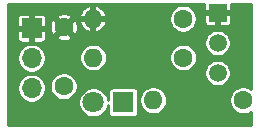
<source format=gbr>
%TF.GenerationSoftware,KiCad,Pcbnew,(5.1.6)-1*%
%TF.CreationDate,2020-08-27T20:00:14-05:00*%
%TF.ProjectId,Rollz LED Driver,526f6c6c-7a20-44c4-9544-204472697665,rev?*%
%TF.SameCoordinates,Original*%
%TF.FileFunction,Copper,L2,Bot*%
%TF.FilePolarity,Positive*%
%FSLAX46Y46*%
G04 Gerber Fmt 4.6, Leading zero omitted, Abs format (unit mm)*
G04 Created by KiCad (PCBNEW (5.1.6)-1) date 2020-08-27 20:00:14*
%MOMM*%
%LPD*%
G01*
G04 APERTURE LIST*
%TA.AperFunction,ComponentPad*%
%ADD10C,1.600000*%
%TD*%
%TA.AperFunction,ComponentPad*%
%ADD11O,1.600000X1.600000*%
%TD*%
%TA.AperFunction,ComponentPad*%
%ADD12R,1.500000X1.500000*%
%TD*%
%TA.AperFunction,ComponentPad*%
%ADD13C,1.500000*%
%TD*%
%TA.AperFunction,ComponentPad*%
%ADD14O,1.700000X1.700000*%
%TD*%
%TA.AperFunction,ComponentPad*%
%ADD15R,1.700000X1.700000*%
%TD*%
%TA.AperFunction,ComponentPad*%
%ADD16C,1.800000*%
%TD*%
%TA.AperFunction,ComponentPad*%
%ADD17R,1.800000X1.800000*%
%TD*%
%TA.AperFunction,Conductor*%
%ADD18C,0.254000*%
%TD*%
G04 APERTURE END LIST*
D10*
%TO.P,.,2*%
%TO.N,GND*%
X135480000Y-110020000D03*
%TO.P,.,1*%
%TO.N,PWR*%
X135480000Y-115020000D03*
%TD*%
D11*
%TO.P,.,2*%
%TO.N,GND*%
X137960000Y-109300000D03*
D10*
%TO.P,.,1*%
%TO.N,T2*%
X145580000Y-109300000D03*
%TD*%
%TO.P,.,1*%
%TO.N,T2*%
X145600000Y-112590000D03*
D11*
%TO.P,.,2*%
%TO.N,IN*%
X137980000Y-112590000D03*
%TD*%
%TO.P,.,2*%
%TO.N,L1*%
X143060000Y-116210000D03*
D10*
%TO.P,.,1*%
%TO.N,T3*%
X150680000Y-116210000D03*
%TD*%
D12*
%TO.P,.,1*%
%TO.N,GND*%
X148520000Y-108820000D03*
D13*
%TO.P,.,3*%
%TO.N,T3*%
X148520000Y-113900000D03*
%TO.P,.,2*%
%TO.N,T2*%
X148520000Y-111360000D03*
%TD*%
D14*
%TO.P,.,3*%
%TO.N,PWR*%
X132760000Y-115180000D03*
%TO.P,.,2*%
%TO.N,IN*%
X132760000Y-112640000D03*
D15*
%TO.P,.,1*%
%TO.N,GND*%
X132760000Y-110100000D03*
%TD*%
D16*
%TO.P,.,2*%
%TO.N,PWR*%
X137990000Y-116380000D03*
D17*
%TO.P,.,1*%
%TO.N,L1*%
X140530000Y-116380000D03*
%TD*%
D18*
%TO.N,GND*%
G36*
X147391000Y-108598250D02*
G01*
X147485750Y-108693000D01*
X148393000Y-108693000D01*
X148393000Y-108673000D01*
X148647000Y-108673000D01*
X148647000Y-108693000D01*
X149554250Y-108693000D01*
X149649000Y-108598250D01*
X149650758Y-108092000D01*
X151338001Y-108092000D01*
X151338000Y-115234095D01*
X151237519Y-115166956D01*
X151023318Y-115078231D01*
X150795924Y-115033000D01*
X150564076Y-115033000D01*
X150336682Y-115078231D01*
X150122481Y-115166956D01*
X149929706Y-115295764D01*
X149765764Y-115459706D01*
X149636956Y-115652481D01*
X149548231Y-115866682D01*
X149503000Y-116094076D01*
X149503000Y-116325924D01*
X149548231Y-116553318D01*
X149636956Y-116767519D01*
X149765764Y-116960294D01*
X149929706Y-117124236D01*
X150122481Y-117253044D01*
X150336682Y-117341769D01*
X150564076Y-117387000D01*
X150795924Y-117387000D01*
X151023318Y-117341769D01*
X151237519Y-117253044D01*
X151338000Y-117185905D01*
X151338000Y-118338000D01*
X130742000Y-118338000D01*
X130742000Y-115059151D01*
X131533000Y-115059151D01*
X131533000Y-115300849D01*
X131580153Y-115537903D01*
X131672647Y-115761202D01*
X131806927Y-115962167D01*
X131977833Y-116133073D01*
X132178798Y-116267353D01*
X132402097Y-116359847D01*
X132639151Y-116407000D01*
X132880849Y-116407000D01*
X133117903Y-116359847D01*
X133341202Y-116267353D01*
X133360848Y-116254226D01*
X136713000Y-116254226D01*
X136713000Y-116505774D01*
X136762074Y-116752487D01*
X136858337Y-116984886D01*
X136998089Y-117194040D01*
X137175960Y-117371911D01*
X137385114Y-117511663D01*
X137617513Y-117607926D01*
X137864226Y-117657000D01*
X138115774Y-117657000D01*
X138362487Y-117607926D01*
X138594886Y-117511663D01*
X138804040Y-117371911D01*
X138981911Y-117194040D01*
X139121663Y-116984886D01*
X139217926Y-116752487D01*
X139251176Y-116585327D01*
X139251176Y-117280000D01*
X139258455Y-117353905D01*
X139280012Y-117424970D01*
X139315019Y-117490463D01*
X139362131Y-117547869D01*
X139419537Y-117594981D01*
X139485030Y-117629988D01*
X139556095Y-117651545D01*
X139630000Y-117658824D01*
X141430000Y-117658824D01*
X141503905Y-117651545D01*
X141574970Y-117629988D01*
X141640463Y-117594981D01*
X141697869Y-117547869D01*
X141744981Y-117490463D01*
X141779988Y-117424970D01*
X141801545Y-117353905D01*
X141808824Y-117280000D01*
X141808824Y-116094076D01*
X141883000Y-116094076D01*
X141883000Y-116325924D01*
X141928231Y-116553318D01*
X142016956Y-116767519D01*
X142145764Y-116960294D01*
X142309706Y-117124236D01*
X142502481Y-117253044D01*
X142716682Y-117341769D01*
X142944076Y-117387000D01*
X143175924Y-117387000D01*
X143403318Y-117341769D01*
X143617519Y-117253044D01*
X143810294Y-117124236D01*
X143974236Y-116960294D01*
X144103044Y-116767519D01*
X144191769Y-116553318D01*
X144237000Y-116325924D01*
X144237000Y-116094076D01*
X144191769Y-115866682D01*
X144103044Y-115652481D01*
X143974236Y-115459706D01*
X143810294Y-115295764D01*
X143617519Y-115166956D01*
X143403318Y-115078231D01*
X143175924Y-115033000D01*
X142944076Y-115033000D01*
X142716682Y-115078231D01*
X142502481Y-115166956D01*
X142309706Y-115295764D01*
X142145764Y-115459706D01*
X142016956Y-115652481D01*
X141928231Y-115866682D01*
X141883000Y-116094076D01*
X141808824Y-116094076D01*
X141808824Y-115480000D01*
X141801545Y-115406095D01*
X141779988Y-115335030D01*
X141744981Y-115269537D01*
X141697869Y-115212131D01*
X141640463Y-115165019D01*
X141574970Y-115130012D01*
X141503905Y-115108455D01*
X141430000Y-115101176D01*
X139630000Y-115101176D01*
X139556095Y-115108455D01*
X139485030Y-115130012D01*
X139419537Y-115165019D01*
X139362131Y-115212131D01*
X139315019Y-115269537D01*
X139280012Y-115335030D01*
X139258455Y-115406095D01*
X139251176Y-115480000D01*
X139251176Y-116174673D01*
X139217926Y-116007513D01*
X139121663Y-115775114D01*
X138981911Y-115565960D01*
X138804040Y-115388089D01*
X138594886Y-115248337D01*
X138362487Y-115152074D01*
X138115774Y-115103000D01*
X137864226Y-115103000D01*
X137617513Y-115152074D01*
X137385114Y-115248337D01*
X137175960Y-115388089D01*
X136998089Y-115565960D01*
X136858337Y-115775114D01*
X136762074Y-116007513D01*
X136713000Y-116254226D01*
X133360848Y-116254226D01*
X133542167Y-116133073D01*
X133713073Y-115962167D01*
X133847353Y-115761202D01*
X133939847Y-115537903D01*
X133987000Y-115300849D01*
X133987000Y-115059151D01*
X133956154Y-114904076D01*
X134303000Y-114904076D01*
X134303000Y-115135924D01*
X134348231Y-115363318D01*
X134436956Y-115577519D01*
X134565764Y-115770294D01*
X134729706Y-115934236D01*
X134922481Y-116063044D01*
X135136682Y-116151769D01*
X135364076Y-116197000D01*
X135595924Y-116197000D01*
X135823318Y-116151769D01*
X136037519Y-116063044D01*
X136230294Y-115934236D01*
X136394236Y-115770294D01*
X136523044Y-115577519D01*
X136611769Y-115363318D01*
X136657000Y-115135924D01*
X136657000Y-114904076D01*
X136611769Y-114676682D01*
X136523044Y-114462481D01*
X136394236Y-114269706D01*
X136230294Y-114105764D01*
X136037519Y-113976956D01*
X135823318Y-113888231D01*
X135595924Y-113843000D01*
X135364076Y-113843000D01*
X135136682Y-113888231D01*
X134922481Y-113976956D01*
X134729706Y-114105764D01*
X134565764Y-114269706D01*
X134436956Y-114462481D01*
X134348231Y-114676682D01*
X134303000Y-114904076D01*
X133956154Y-114904076D01*
X133939847Y-114822097D01*
X133847353Y-114598798D01*
X133713073Y-114397833D01*
X133542167Y-114226927D01*
X133341202Y-114092647D01*
X133117903Y-114000153D01*
X132880849Y-113953000D01*
X132639151Y-113953000D01*
X132402097Y-114000153D01*
X132178798Y-114092647D01*
X131977833Y-114226927D01*
X131806927Y-114397833D01*
X131672647Y-114598798D01*
X131580153Y-114822097D01*
X131533000Y-115059151D01*
X130742000Y-115059151D01*
X130742000Y-112519151D01*
X131533000Y-112519151D01*
X131533000Y-112760849D01*
X131580153Y-112997903D01*
X131672647Y-113221202D01*
X131806927Y-113422167D01*
X131977833Y-113593073D01*
X132178798Y-113727353D01*
X132402097Y-113819847D01*
X132639151Y-113867000D01*
X132880849Y-113867000D01*
X133117903Y-113819847D01*
X133192373Y-113789000D01*
X147393000Y-113789000D01*
X147393000Y-114011000D01*
X147436310Y-114228734D01*
X147521266Y-114433835D01*
X147644602Y-114618421D01*
X147801579Y-114775398D01*
X147986165Y-114898734D01*
X148191266Y-114983690D01*
X148409000Y-115027000D01*
X148631000Y-115027000D01*
X148848734Y-114983690D01*
X149053835Y-114898734D01*
X149238421Y-114775398D01*
X149395398Y-114618421D01*
X149518734Y-114433835D01*
X149603690Y-114228734D01*
X149647000Y-114011000D01*
X149647000Y-113789000D01*
X149603690Y-113571266D01*
X149518734Y-113366165D01*
X149395398Y-113181579D01*
X149238421Y-113024602D01*
X149053835Y-112901266D01*
X148848734Y-112816310D01*
X148631000Y-112773000D01*
X148409000Y-112773000D01*
X148191266Y-112816310D01*
X147986165Y-112901266D01*
X147801579Y-113024602D01*
X147644602Y-113181579D01*
X147521266Y-113366165D01*
X147436310Y-113571266D01*
X147393000Y-113789000D01*
X133192373Y-113789000D01*
X133341202Y-113727353D01*
X133542167Y-113593073D01*
X133713073Y-113422167D01*
X133847353Y-113221202D01*
X133939847Y-112997903D01*
X133987000Y-112760849D01*
X133987000Y-112519151D01*
X133978035Y-112474076D01*
X136803000Y-112474076D01*
X136803000Y-112705924D01*
X136848231Y-112933318D01*
X136936956Y-113147519D01*
X137065764Y-113340294D01*
X137229706Y-113504236D01*
X137422481Y-113633044D01*
X137636682Y-113721769D01*
X137864076Y-113767000D01*
X138095924Y-113767000D01*
X138323318Y-113721769D01*
X138537519Y-113633044D01*
X138730294Y-113504236D01*
X138894236Y-113340294D01*
X139023044Y-113147519D01*
X139111769Y-112933318D01*
X139157000Y-112705924D01*
X139157000Y-112474076D01*
X144423000Y-112474076D01*
X144423000Y-112705924D01*
X144468231Y-112933318D01*
X144556956Y-113147519D01*
X144685764Y-113340294D01*
X144849706Y-113504236D01*
X145042481Y-113633044D01*
X145256682Y-113721769D01*
X145484076Y-113767000D01*
X145715924Y-113767000D01*
X145943318Y-113721769D01*
X146157519Y-113633044D01*
X146350294Y-113504236D01*
X146514236Y-113340294D01*
X146643044Y-113147519D01*
X146731769Y-112933318D01*
X146777000Y-112705924D01*
X146777000Y-112474076D01*
X146731769Y-112246682D01*
X146643044Y-112032481D01*
X146514236Y-111839706D01*
X146350294Y-111675764D01*
X146157519Y-111546956D01*
X145943318Y-111458231D01*
X145715924Y-111413000D01*
X145484076Y-111413000D01*
X145256682Y-111458231D01*
X145042481Y-111546956D01*
X144849706Y-111675764D01*
X144685764Y-111839706D01*
X144556956Y-112032481D01*
X144468231Y-112246682D01*
X144423000Y-112474076D01*
X139157000Y-112474076D01*
X139111769Y-112246682D01*
X139023044Y-112032481D01*
X138894236Y-111839706D01*
X138730294Y-111675764D01*
X138537519Y-111546956D01*
X138323318Y-111458231D01*
X138095924Y-111413000D01*
X137864076Y-111413000D01*
X137636682Y-111458231D01*
X137422481Y-111546956D01*
X137229706Y-111675764D01*
X137065764Y-111839706D01*
X136936956Y-112032481D01*
X136848231Y-112246682D01*
X136803000Y-112474076D01*
X133978035Y-112474076D01*
X133939847Y-112282097D01*
X133847353Y-112058798D01*
X133713073Y-111857833D01*
X133542167Y-111686927D01*
X133341202Y-111552647D01*
X133117903Y-111460153D01*
X132880849Y-111413000D01*
X132639151Y-111413000D01*
X132402097Y-111460153D01*
X132178798Y-111552647D01*
X131977833Y-111686927D01*
X131806927Y-111857833D01*
X131672647Y-112058798D01*
X131580153Y-112282097D01*
X131533000Y-112519151D01*
X130742000Y-112519151D01*
X130742000Y-110950000D01*
X131529166Y-110950000D01*
X131536484Y-111024297D01*
X131558155Y-111095739D01*
X131593348Y-111161580D01*
X131640710Y-111219290D01*
X131698420Y-111266652D01*
X131764261Y-111301845D01*
X131835703Y-111323516D01*
X131910000Y-111330834D01*
X132538250Y-111329000D01*
X132633000Y-111234250D01*
X132633000Y-110227000D01*
X132887000Y-110227000D01*
X132887000Y-111234250D01*
X132981750Y-111329000D01*
X133610000Y-111330834D01*
X133684297Y-111323516D01*
X133755739Y-111301845D01*
X133821580Y-111266652D01*
X133843088Y-111249000D01*
X147393000Y-111249000D01*
X147393000Y-111471000D01*
X147436310Y-111688734D01*
X147521266Y-111893835D01*
X147644602Y-112078421D01*
X147801579Y-112235398D01*
X147986165Y-112358734D01*
X148191266Y-112443690D01*
X148409000Y-112487000D01*
X148631000Y-112487000D01*
X148848734Y-112443690D01*
X149053835Y-112358734D01*
X149238421Y-112235398D01*
X149395398Y-112078421D01*
X149518734Y-111893835D01*
X149603690Y-111688734D01*
X149647000Y-111471000D01*
X149647000Y-111249000D01*
X149603690Y-111031266D01*
X149518734Y-110826165D01*
X149395398Y-110641579D01*
X149238421Y-110484602D01*
X149053835Y-110361266D01*
X148848734Y-110276310D01*
X148631000Y-110233000D01*
X148409000Y-110233000D01*
X148191266Y-110276310D01*
X147986165Y-110361266D01*
X147801579Y-110484602D01*
X147644602Y-110641579D01*
X147521266Y-110826165D01*
X147436310Y-111031266D01*
X147393000Y-111249000D01*
X133843088Y-111249000D01*
X133879290Y-111219290D01*
X133926652Y-111161580D01*
X133961845Y-111095739D01*
X133983516Y-111024297D01*
X133990834Y-110950000D01*
X133990616Y-110875268D01*
X134804338Y-110875268D01*
X134890406Y-111047572D01*
X135102204Y-111142852D01*
X135328521Y-111194981D01*
X135560659Y-111201957D01*
X135789698Y-111163510D01*
X136006835Y-111081119D01*
X136069594Y-111047572D01*
X136155662Y-110875268D01*
X135480000Y-110199605D01*
X134804338Y-110875268D01*
X133990616Y-110875268D01*
X133989000Y-110321750D01*
X133894250Y-110227000D01*
X132887000Y-110227000D01*
X132633000Y-110227000D01*
X131625750Y-110227000D01*
X131531000Y-110321750D01*
X131529166Y-110950000D01*
X130742000Y-110950000D01*
X130742000Y-110100659D01*
X134298043Y-110100659D01*
X134336490Y-110329698D01*
X134418881Y-110546835D01*
X134452428Y-110609594D01*
X134624732Y-110695662D01*
X135300395Y-110020000D01*
X135659605Y-110020000D01*
X136335268Y-110695662D01*
X136507572Y-110609594D01*
X136602852Y-110397796D01*
X136654981Y-110171479D01*
X136661957Y-109939341D01*
X136623510Y-109710302D01*
X136584996Y-109608800D01*
X136822158Y-109608800D01*
X136842354Y-109675396D01*
X136937065Y-109886225D01*
X137071087Y-110074526D01*
X137239270Y-110233062D01*
X137435150Y-110355741D01*
X137651200Y-110437848D01*
X137833000Y-110377396D01*
X137833000Y-109427000D01*
X138087000Y-109427000D01*
X138087000Y-110377396D01*
X138268800Y-110437848D01*
X138484850Y-110355741D01*
X138680730Y-110233062D01*
X138848913Y-110074526D01*
X138982935Y-109886225D01*
X139077646Y-109675396D01*
X139097842Y-109608800D01*
X139036786Y-109427000D01*
X138087000Y-109427000D01*
X137833000Y-109427000D01*
X136883214Y-109427000D01*
X136822158Y-109608800D01*
X136584996Y-109608800D01*
X136541119Y-109493165D01*
X136507572Y-109430406D01*
X136335268Y-109344338D01*
X135659605Y-110020000D01*
X135300395Y-110020000D01*
X134624732Y-109344338D01*
X134452428Y-109430406D01*
X134357148Y-109642204D01*
X134305019Y-109868521D01*
X134298043Y-110100659D01*
X130742000Y-110100659D01*
X130742000Y-109250000D01*
X131529166Y-109250000D01*
X131531000Y-109878250D01*
X131625750Y-109973000D01*
X132633000Y-109973000D01*
X132633000Y-108965750D01*
X132887000Y-108965750D01*
X132887000Y-109973000D01*
X133894250Y-109973000D01*
X133989000Y-109878250D01*
X133990834Y-109250000D01*
X133983516Y-109175703D01*
X133980189Y-109164732D01*
X134804338Y-109164732D01*
X135480000Y-109840395D01*
X136136318Y-109184076D01*
X144403000Y-109184076D01*
X144403000Y-109415924D01*
X144448231Y-109643318D01*
X144536956Y-109857519D01*
X144665764Y-110050294D01*
X144829706Y-110214236D01*
X145022481Y-110343044D01*
X145236682Y-110431769D01*
X145464076Y-110477000D01*
X145695924Y-110477000D01*
X145923318Y-110431769D01*
X146137519Y-110343044D01*
X146330294Y-110214236D01*
X146494236Y-110050294D01*
X146623044Y-109857519D01*
X146711769Y-109643318D01*
X146726352Y-109570000D01*
X147389166Y-109570000D01*
X147396484Y-109644297D01*
X147418155Y-109715739D01*
X147453348Y-109781580D01*
X147500710Y-109839290D01*
X147558420Y-109886652D01*
X147624261Y-109921845D01*
X147695703Y-109943516D01*
X147770000Y-109950834D01*
X148298250Y-109949000D01*
X148393000Y-109854250D01*
X148393000Y-108947000D01*
X148647000Y-108947000D01*
X148647000Y-109854250D01*
X148741750Y-109949000D01*
X149270000Y-109950834D01*
X149344297Y-109943516D01*
X149415739Y-109921845D01*
X149481580Y-109886652D01*
X149539290Y-109839290D01*
X149586652Y-109781580D01*
X149621845Y-109715739D01*
X149643516Y-109644297D01*
X149650834Y-109570000D01*
X149649000Y-109041750D01*
X149554250Y-108947000D01*
X148647000Y-108947000D01*
X148393000Y-108947000D01*
X147485750Y-108947000D01*
X147391000Y-109041750D01*
X147389166Y-109570000D01*
X146726352Y-109570000D01*
X146757000Y-109415924D01*
X146757000Y-109184076D01*
X146711769Y-108956682D01*
X146623044Y-108742481D01*
X146494236Y-108549706D01*
X146330294Y-108385764D01*
X146137519Y-108256956D01*
X145923318Y-108168231D01*
X145695924Y-108123000D01*
X145464076Y-108123000D01*
X145236682Y-108168231D01*
X145022481Y-108256956D01*
X144829706Y-108385764D01*
X144665764Y-108549706D01*
X144536956Y-108742481D01*
X144448231Y-108956682D01*
X144403000Y-109184076D01*
X136136318Y-109184076D01*
X136155662Y-109164732D01*
X136069594Y-108992428D01*
X136066865Y-108991200D01*
X136822158Y-108991200D01*
X136883214Y-109173000D01*
X137833000Y-109173000D01*
X137833000Y-108222604D01*
X138087000Y-108222604D01*
X138087000Y-109173000D01*
X139036786Y-109173000D01*
X139097842Y-108991200D01*
X139077646Y-108924604D01*
X138982935Y-108713775D01*
X138848913Y-108525474D01*
X138680730Y-108366938D01*
X138484850Y-108244259D01*
X138268800Y-108162152D01*
X138087000Y-108222604D01*
X137833000Y-108222604D01*
X137651200Y-108162152D01*
X137435150Y-108244259D01*
X137239270Y-108366938D01*
X137071087Y-108525474D01*
X136937065Y-108713775D01*
X136842354Y-108924604D01*
X136822158Y-108991200D01*
X136066865Y-108991200D01*
X135857796Y-108897148D01*
X135631479Y-108845019D01*
X135399341Y-108838043D01*
X135170302Y-108876490D01*
X134953165Y-108958881D01*
X134890406Y-108992428D01*
X134804338Y-109164732D01*
X133980189Y-109164732D01*
X133961845Y-109104261D01*
X133926652Y-109038420D01*
X133879290Y-108980710D01*
X133821580Y-108933348D01*
X133755739Y-108898155D01*
X133684297Y-108876484D01*
X133610000Y-108869166D01*
X132981750Y-108871000D01*
X132887000Y-108965750D01*
X132633000Y-108965750D01*
X132538250Y-108871000D01*
X131910000Y-108869166D01*
X131835703Y-108876484D01*
X131764261Y-108898155D01*
X131698420Y-108933348D01*
X131640710Y-108980710D01*
X131593348Y-109038420D01*
X131558155Y-109104261D01*
X131536484Y-109175703D01*
X131529166Y-109250000D01*
X130742000Y-109250000D01*
X130742000Y-108092000D01*
X147389242Y-108092000D01*
X147391000Y-108598250D01*
G37*
X147391000Y-108598250D02*
X147485750Y-108693000D01*
X148393000Y-108693000D01*
X148393000Y-108673000D01*
X148647000Y-108673000D01*
X148647000Y-108693000D01*
X149554250Y-108693000D01*
X149649000Y-108598250D01*
X149650758Y-108092000D01*
X151338001Y-108092000D01*
X151338000Y-115234095D01*
X151237519Y-115166956D01*
X151023318Y-115078231D01*
X150795924Y-115033000D01*
X150564076Y-115033000D01*
X150336682Y-115078231D01*
X150122481Y-115166956D01*
X149929706Y-115295764D01*
X149765764Y-115459706D01*
X149636956Y-115652481D01*
X149548231Y-115866682D01*
X149503000Y-116094076D01*
X149503000Y-116325924D01*
X149548231Y-116553318D01*
X149636956Y-116767519D01*
X149765764Y-116960294D01*
X149929706Y-117124236D01*
X150122481Y-117253044D01*
X150336682Y-117341769D01*
X150564076Y-117387000D01*
X150795924Y-117387000D01*
X151023318Y-117341769D01*
X151237519Y-117253044D01*
X151338000Y-117185905D01*
X151338000Y-118338000D01*
X130742000Y-118338000D01*
X130742000Y-115059151D01*
X131533000Y-115059151D01*
X131533000Y-115300849D01*
X131580153Y-115537903D01*
X131672647Y-115761202D01*
X131806927Y-115962167D01*
X131977833Y-116133073D01*
X132178798Y-116267353D01*
X132402097Y-116359847D01*
X132639151Y-116407000D01*
X132880849Y-116407000D01*
X133117903Y-116359847D01*
X133341202Y-116267353D01*
X133360848Y-116254226D01*
X136713000Y-116254226D01*
X136713000Y-116505774D01*
X136762074Y-116752487D01*
X136858337Y-116984886D01*
X136998089Y-117194040D01*
X137175960Y-117371911D01*
X137385114Y-117511663D01*
X137617513Y-117607926D01*
X137864226Y-117657000D01*
X138115774Y-117657000D01*
X138362487Y-117607926D01*
X138594886Y-117511663D01*
X138804040Y-117371911D01*
X138981911Y-117194040D01*
X139121663Y-116984886D01*
X139217926Y-116752487D01*
X139251176Y-116585327D01*
X139251176Y-117280000D01*
X139258455Y-117353905D01*
X139280012Y-117424970D01*
X139315019Y-117490463D01*
X139362131Y-117547869D01*
X139419537Y-117594981D01*
X139485030Y-117629988D01*
X139556095Y-117651545D01*
X139630000Y-117658824D01*
X141430000Y-117658824D01*
X141503905Y-117651545D01*
X141574970Y-117629988D01*
X141640463Y-117594981D01*
X141697869Y-117547869D01*
X141744981Y-117490463D01*
X141779988Y-117424970D01*
X141801545Y-117353905D01*
X141808824Y-117280000D01*
X141808824Y-116094076D01*
X141883000Y-116094076D01*
X141883000Y-116325924D01*
X141928231Y-116553318D01*
X142016956Y-116767519D01*
X142145764Y-116960294D01*
X142309706Y-117124236D01*
X142502481Y-117253044D01*
X142716682Y-117341769D01*
X142944076Y-117387000D01*
X143175924Y-117387000D01*
X143403318Y-117341769D01*
X143617519Y-117253044D01*
X143810294Y-117124236D01*
X143974236Y-116960294D01*
X144103044Y-116767519D01*
X144191769Y-116553318D01*
X144237000Y-116325924D01*
X144237000Y-116094076D01*
X144191769Y-115866682D01*
X144103044Y-115652481D01*
X143974236Y-115459706D01*
X143810294Y-115295764D01*
X143617519Y-115166956D01*
X143403318Y-115078231D01*
X143175924Y-115033000D01*
X142944076Y-115033000D01*
X142716682Y-115078231D01*
X142502481Y-115166956D01*
X142309706Y-115295764D01*
X142145764Y-115459706D01*
X142016956Y-115652481D01*
X141928231Y-115866682D01*
X141883000Y-116094076D01*
X141808824Y-116094076D01*
X141808824Y-115480000D01*
X141801545Y-115406095D01*
X141779988Y-115335030D01*
X141744981Y-115269537D01*
X141697869Y-115212131D01*
X141640463Y-115165019D01*
X141574970Y-115130012D01*
X141503905Y-115108455D01*
X141430000Y-115101176D01*
X139630000Y-115101176D01*
X139556095Y-115108455D01*
X139485030Y-115130012D01*
X139419537Y-115165019D01*
X139362131Y-115212131D01*
X139315019Y-115269537D01*
X139280012Y-115335030D01*
X139258455Y-115406095D01*
X139251176Y-115480000D01*
X139251176Y-116174673D01*
X139217926Y-116007513D01*
X139121663Y-115775114D01*
X138981911Y-115565960D01*
X138804040Y-115388089D01*
X138594886Y-115248337D01*
X138362487Y-115152074D01*
X138115774Y-115103000D01*
X137864226Y-115103000D01*
X137617513Y-115152074D01*
X137385114Y-115248337D01*
X137175960Y-115388089D01*
X136998089Y-115565960D01*
X136858337Y-115775114D01*
X136762074Y-116007513D01*
X136713000Y-116254226D01*
X133360848Y-116254226D01*
X133542167Y-116133073D01*
X133713073Y-115962167D01*
X133847353Y-115761202D01*
X133939847Y-115537903D01*
X133987000Y-115300849D01*
X133987000Y-115059151D01*
X133956154Y-114904076D01*
X134303000Y-114904076D01*
X134303000Y-115135924D01*
X134348231Y-115363318D01*
X134436956Y-115577519D01*
X134565764Y-115770294D01*
X134729706Y-115934236D01*
X134922481Y-116063044D01*
X135136682Y-116151769D01*
X135364076Y-116197000D01*
X135595924Y-116197000D01*
X135823318Y-116151769D01*
X136037519Y-116063044D01*
X136230294Y-115934236D01*
X136394236Y-115770294D01*
X136523044Y-115577519D01*
X136611769Y-115363318D01*
X136657000Y-115135924D01*
X136657000Y-114904076D01*
X136611769Y-114676682D01*
X136523044Y-114462481D01*
X136394236Y-114269706D01*
X136230294Y-114105764D01*
X136037519Y-113976956D01*
X135823318Y-113888231D01*
X135595924Y-113843000D01*
X135364076Y-113843000D01*
X135136682Y-113888231D01*
X134922481Y-113976956D01*
X134729706Y-114105764D01*
X134565764Y-114269706D01*
X134436956Y-114462481D01*
X134348231Y-114676682D01*
X134303000Y-114904076D01*
X133956154Y-114904076D01*
X133939847Y-114822097D01*
X133847353Y-114598798D01*
X133713073Y-114397833D01*
X133542167Y-114226927D01*
X133341202Y-114092647D01*
X133117903Y-114000153D01*
X132880849Y-113953000D01*
X132639151Y-113953000D01*
X132402097Y-114000153D01*
X132178798Y-114092647D01*
X131977833Y-114226927D01*
X131806927Y-114397833D01*
X131672647Y-114598798D01*
X131580153Y-114822097D01*
X131533000Y-115059151D01*
X130742000Y-115059151D01*
X130742000Y-112519151D01*
X131533000Y-112519151D01*
X131533000Y-112760849D01*
X131580153Y-112997903D01*
X131672647Y-113221202D01*
X131806927Y-113422167D01*
X131977833Y-113593073D01*
X132178798Y-113727353D01*
X132402097Y-113819847D01*
X132639151Y-113867000D01*
X132880849Y-113867000D01*
X133117903Y-113819847D01*
X133192373Y-113789000D01*
X147393000Y-113789000D01*
X147393000Y-114011000D01*
X147436310Y-114228734D01*
X147521266Y-114433835D01*
X147644602Y-114618421D01*
X147801579Y-114775398D01*
X147986165Y-114898734D01*
X148191266Y-114983690D01*
X148409000Y-115027000D01*
X148631000Y-115027000D01*
X148848734Y-114983690D01*
X149053835Y-114898734D01*
X149238421Y-114775398D01*
X149395398Y-114618421D01*
X149518734Y-114433835D01*
X149603690Y-114228734D01*
X149647000Y-114011000D01*
X149647000Y-113789000D01*
X149603690Y-113571266D01*
X149518734Y-113366165D01*
X149395398Y-113181579D01*
X149238421Y-113024602D01*
X149053835Y-112901266D01*
X148848734Y-112816310D01*
X148631000Y-112773000D01*
X148409000Y-112773000D01*
X148191266Y-112816310D01*
X147986165Y-112901266D01*
X147801579Y-113024602D01*
X147644602Y-113181579D01*
X147521266Y-113366165D01*
X147436310Y-113571266D01*
X147393000Y-113789000D01*
X133192373Y-113789000D01*
X133341202Y-113727353D01*
X133542167Y-113593073D01*
X133713073Y-113422167D01*
X133847353Y-113221202D01*
X133939847Y-112997903D01*
X133987000Y-112760849D01*
X133987000Y-112519151D01*
X133978035Y-112474076D01*
X136803000Y-112474076D01*
X136803000Y-112705924D01*
X136848231Y-112933318D01*
X136936956Y-113147519D01*
X137065764Y-113340294D01*
X137229706Y-113504236D01*
X137422481Y-113633044D01*
X137636682Y-113721769D01*
X137864076Y-113767000D01*
X138095924Y-113767000D01*
X138323318Y-113721769D01*
X138537519Y-113633044D01*
X138730294Y-113504236D01*
X138894236Y-113340294D01*
X139023044Y-113147519D01*
X139111769Y-112933318D01*
X139157000Y-112705924D01*
X139157000Y-112474076D01*
X144423000Y-112474076D01*
X144423000Y-112705924D01*
X144468231Y-112933318D01*
X144556956Y-113147519D01*
X144685764Y-113340294D01*
X144849706Y-113504236D01*
X145042481Y-113633044D01*
X145256682Y-113721769D01*
X145484076Y-113767000D01*
X145715924Y-113767000D01*
X145943318Y-113721769D01*
X146157519Y-113633044D01*
X146350294Y-113504236D01*
X146514236Y-113340294D01*
X146643044Y-113147519D01*
X146731769Y-112933318D01*
X146777000Y-112705924D01*
X146777000Y-112474076D01*
X146731769Y-112246682D01*
X146643044Y-112032481D01*
X146514236Y-111839706D01*
X146350294Y-111675764D01*
X146157519Y-111546956D01*
X145943318Y-111458231D01*
X145715924Y-111413000D01*
X145484076Y-111413000D01*
X145256682Y-111458231D01*
X145042481Y-111546956D01*
X144849706Y-111675764D01*
X144685764Y-111839706D01*
X144556956Y-112032481D01*
X144468231Y-112246682D01*
X144423000Y-112474076D01*
X139157000Y-112474076D01*
X139111769Y-112246682D01*
X139023044Y-112032481D01*
X138894236Y-111839706D01*
X138730294Y-111675764D01*
X138537519Y-111546956D01*
X138323318Y-111458231D01*
X138095924Y-111413000D01*
X137864076Y-111413000D01*
X137636682Y-111458231D01*
X137422481Y-111546956D01*
X137229706Y-111675764D01*
X137065764Y-111839706D01*
X136936956Y-112032481D01*
X136848231Y-112246682D01*
X136803000Y-112474076D01*
X133978035Y-112474076D01*
X133939847Y-112282097D01*
X133847353Y-112058798D01*
X133713073Y-111857833D01*
X133542167Y-111686927D01*
X133341202Y-111552647D01*
X133117903Y-111460153D01*
X132880849Y-111413000D01*
X132639151Y-111413000D01*
X132402097Y-111460153D01*
X132178798Y-111552647D01*
X131977833Y-111686927D01*
X131806927Y-111857833D01*
X131672647Y-112058798D01*
X131580153Y-112282097D01*
X131533000Y-112519151D01*
X130742000Y-112519151D01*
X130742000Y-110950000D01*
X131529166Y-110950000D01*
X131536484Y-111024297D01*
X131558155Y-111095739D01*
X131593348Y-111161580D01*
X131640710Y-111219290D01*
X131698420Y-111266652D01*
X131764261Y-111301845D01*
X131835703Y-111323516D01*
X131910000Y-111330834D01*
X132538250Y-111329000D01*
X132633000Y-111234250D01*
X132633000Y-110227000D01*
X132887000Y-110227000D01*
X132887000Y-111234250D01*
X132981750Y-111329000D01*
X133610000Y-111330834D01*
X133684297Y-111323516D01*
X133755739Y-111301845D01*
X133821580Y-111266652D01*
X133843088Y-111249000D01*
X147393000Y-111249000D01*
X147393000Y-111471000D01*
X147436310Y-111688734D01*
X147521266Y-111893835D01*
X147644602Y-112078421D01*
X147801579Y-112235398D01*
X147986165Y-112358734D01*
X148191266Y-112443690D01*
X148409000Y-112487000D01*
X148631000Y-112487000D01*
X148848734Y-112443690D01*
X149053835Y-112358734D01*
X149238421Y-112235398D01*
X149395398Y-112078421D01*
X149518734Y-111893835D01*
X149603690Y-111688734D01*
X149647000Y-111471000D01*
X149647000Y-111249000D01*
X149603690Y-111031266D01*
X149518734Y-110826165D01*
X149395398Y-110641579D01*
X149238421Y-110484602D01*
X149053835Y-110361266D01*
X148848734Y-110276310D01*
X148631000Y-110233000D01*
X148409000Y-110233000D01*
X148191266Y-110276310D01*
X147986165Y-110361266D01*
X147801579Y-110484602D01*
X147644602Y-110641579D01*
X147521266Y-110826165D01*
X147436310Y-111031266D01*
X147393000Y-111249000D01*
X133843088Y-111249000D01*
X133879290Y-111219290D01*
X133926652Y-111161580D01*
X133961845Y-111095739D01*
X133983516Y-111024297D01*
X133990834Y-110950000D01*
X133990616Y-110875268D01*
X134804338Y-110875268D01*
X134890406Y-111047572D01*
X135102204Y-111142852D01*
X135328521Y-111194981D01*
X135560659Y-111201957D01*
X135789698Y-111163510D01*
X136006835Y-111081119D01*
X136069594Y-111047572D01*
X136155662Y-110875268D01*
X135480000Y-110199605D01*
X134804338Y-110875268D01*
X133990616Y-110875268D01*
X133989000Y-110321750D01*
X133894250Y-110227000D01*
X132887000Y-110227000D01*
X132633000Y-110227000D01*
X131625750Y-110227000D01*
X131531000Y-110321750D01*
X131529166Y-110950000D01*
X130742000Y-110950000D01*
X130742000Y-110100659D01*
X134298043Y-110100659D01*
X134336490Y-110329698D01*
X134418881Y-110546835D01*
X134452428Y-110609594D01*
X134624732Y-110695662D01*
X135300395Y-110020000D01*
X135659605Y-110020000D01*
X136335268Y-110695662D01*
X136507572Y-110609594D01*
X136602852Y-110397796D01*
X136654981Y-110171479D01*
X136661957Y-109939341D01*
X136623510Y-109710302D01*
X136584996Y-109608800D01*
X136822158Y-109608800D01*
X136842354Y-109675396D01*
X136937065Y-109886225D01*
X137071087Y-110074526D01*
X137239270Y-110233062D01*
X137435150Y-110355741D01*
X137651200Y-110437848D01*
X137833000Y-110377396D01*
X137833000Y-109427000D01*
X138087000Y-109427000D01*
X138087000Y-110377396D01*
X138268800Y-110437848D01*
X138484850Y-110355741D01*
X138680730Y-110233062D01*
X138848913Y-110074526D01*
X138982935Y-109886225D01*
X139077646Y-109675396D01*
X139097842Y-109608800D01*
X139036786Y-109427000D01*
X138087000Y-109427000D01*
X137833000Y-109427000D01*
X136883214Y-109427000D01*
X136822158Y-109608800D01*
X136584996Y-109608800D01*
X136541119Y-109493165D01*
X136507572Y-109430406D01*
X136335268Y-109344338D01*
X135659605Y-110020000D01*
X135300395Y-110020000D01*
X134624732Y-109344338D01*
X134452428Y-109430406D01*
X134357148Y-109642204D01*
X134305019Y-109868521D01*
X134298043Y-110100659D01*
X130742000Y-110100659D01*
X130742000Y-109250000D01*
X131529166Y-109250000D01*
X131531000Y-109878250D01*
X131625750Y-109973000D01*
X132633000Y-109973000D01*
X132633000Y-108965750D01*
X132887000Y-108965750D01*
X132887000Y-109973000D01*
X133894250Y-109973000D01*
X133989000Y-109878250D01*
X133990834Y-109250000D01*
X133983516Y-109175703D01*
X133980189Y-109164732D01*
X134804338Y-109164732D01*
X135480000Y-109840395D01*
X136136318Y-109184076D01*
X144403000Y-109184076D01*
X144403000Y-109415924D01*
X144448231Y-109643318D01*
X144536956Y-109857519D01*
X144665764Y-110050294D01*
X144829706Y-110214236D01*
X145022481Y-110343044D01*
X145236682Y-110431769D01*
X145464076Y-110477000D01*
X145695924Y-110477000D01*
X145923318Y-110431769D01*
X146137519Y-110343044D01*
X146330294Y-110214236D01*
X146494236Y-110050294D01*
X146623044Y-109857519D01*
X146711769Y-109643318D01*
X146726352Y-109570000D01*
X147389166Y-109570000D01*
X147396484Y-109644297D01*
X147418155Y-109715739D01*
X147453348Y-109781580D01*
X147500710Y-109839290D01*
X147558420Y-109886652D01*
X147624261Y-109921845D01*
X147695703Y-109943516D01*
X147770000Y-109950834D01*
X148298250Y-109949000D01*
X148393000Y-109854250D01*
X148393000Y-108947000D01*
X148647000Y-108947000D01*
X148647000Y-109854250D01*
X148741750Y-109949000D01*
X149270000Y-109950834D01*
X149344297Y-109943516D01*
X149415739Y-109921845D01*
X149481580Y-109886652D01*
X149539290Y-109839290D01*
X149586652Y-109781580D01*
X149621845Y-109715739D01*
X149643516Y-109644297D01*
X149650834Y-109570000D01*
X149649000Y-109041750D01*
X149554250Y-108947000D01*
X148647000Y-108947000D01*
X148393000Y-108947000D01*
X147485750Y-108947000D01*
X147391000Y-109041750D01*
X147389166Y-109570000D01*
X146726352Y-109570000D01*
X146757000Y-109415924D01*
X146757000Y-109184076D01*
X146711769Y-108956682D01*
X146623044Y-108742481D01*
X146494236Y-108549706D01*
X146330294Y-108385764D01*
X146137519Y-108256956D01*
X145923318Y-108168231D01*
X145695924Y-108123000D01*
X145464076Y-108123000D01*
X145236682Y-108168231D01*
X145022481Y-108256956D01*
X144829706Y-108385764D01*
X144665764Y-108549706D01*
X144536956Y-108742481D01*
X144448231Y-108956682D01*
X144403000Y-109184076D01*
X136136318Y-109184076D01*
X136155662Y-109164732D01*
X136069594Y-108992428D01*
X136066865Y-108991200D01*
X136822158Y-108991200D01*
X136883214Y-109173000D01*
X137833000Y-109173000D01*
X137833000Y-108222604D01*
X138087000Y-108222604D01*
X138087000Y-109173000D01*
X139036786Y-109173000D01*
X139097842Y-108991200D01*
X139077646Y-108924604D01*
X138982935Y-108713775D01*
X138848913Y-108525474D01*
X138680730Y-108366938D01*
X138484850Y-108244259D01*
X138268800Y-108162152D01*
X138087000Y-108222604D01*
X137833000Y-108222604D01*
X137651200Y-108162152D01*
X137435150Y-108244259D01*
X137239270Y-108366938D01*
X137071087Y-108525474D01*
X136937065Y-108713775D01*
X136842354Y-108924604D01*
X136822158Y-108991200D01*
X136066865Y-108991200D01*
X135857796Y-108897148D01*
X135631479Y-108845019D01*
X135399341Y-108838043D01*
X135170302Y-108876490D01*
X134953165Y-108958881D01*
X134890406Y-108992428D01*
X134804338Y-109164732D01*
X133980189Y-109164732D01*
X133961845Y-109104261D01*
X133926652Y-109038420D01*
X133879290Y-108980710D01*
X133821580Y-108933348D01*
X133755739Y-108898155D01*
X133684297Y-108876484D01*
X133610000Y-108869166D01*
X132981750Y-108871000D01*
X132887000Y-108965750D01*
X132633000Y-108965750D01*
X132538250Y-108871000D01*
X131910000Y-108869166D01*
X131835703Y-108876484D01*
X131764261Y-108898155D01*
X131698420Y-108933348D01*
X131640710Y-108980710D01*
X131593348Y-109038420D01*
X131558155Y-109104261D01*
X131536484Y-109175703D01*
X131529166Y-109250000D01*
X130742000Y-109250000D01*
X130742000Y-108092000D01*
X147389242Y-108092000D01*
X147391000Y-108598250D01*
%TD*%
M02*

</source>
